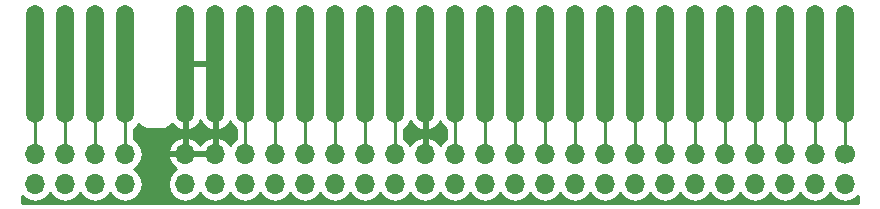
<source format=gbr>
%TF.GenerationSoftware,KiCad,Pcbnew,4.0.7*%
%TF.CreationDate,2019-01-02T11:57:47+00:00*%
%TF.ProjectId,Spectrum Edge Connector Extender_HORIZ,537065637472756D204564676520436F,rev?*%
%TF.FileFunction,Copper,L2,Bot,Signal*%
%FSLAX46Y46*%
G04 Gerber Fmt 4.6, Leading zero omitted, Abs format (unit mm)*
G04 Created by KiCad (PCBNEW 4.0.7) date 01/02/19 11:57:47*
%MOMM*%
%LPD*%
G01*
G04 APERTURE LIST*
%ADD10C,0.100000*%
%ADD11O,1.500000X10.000000*%
%ADD12C,1.700000*%
%ADD13O,1.700000X1.700000*%
%ADD14C,0.250000*%
%ADD15C,0.254000*%
G04 APERTURE END LIST*
D10*
D11*
X182880000Y-92710000D03*
X180340000Y-92710000D03*
X177800000Y-92710000D03*
X175260000Y-92710000D03*
X170180000Y-92710000D03*
X167640000Y-92710000D03*
X165100000Y-92710000D03*
X162560000Y-92710000D03*
X160020000Y-92710000D03*
X157480000Y-92710000D03*
X154940000Y-92710000D03*
X152400000Y-92710000D03*
X149860000Y-92710000D03*
X147320000Y-92710000D03*
X144780000Y-92710000D03*
X142240000Y-92710000D03*
X139700000Y-92710000D03*
X137160000Y-92710000D03*
X134620000Y-92710000D03*
X132080000Y-92710000D03*
X129540000Y-92710000D03*
X127000000Y-92710000D03*
X172720000Y-92710000D03*
X121920000Y-92710000D03*
X119380000Y-92710000D03*
X116840000Y-92710000D03*
X114300000Y-92710000D03*
D12*
X182880000Y-100330000D03*
D13*
X182880000Y-102870000D03*
X180340000Y-100330000D03*
X180340000Y-102870000D03*
X177800000Y-100330000D03*
X177800000Y-102870000D03*
X175260000Y-100330000D03*
X175260000Y-102870000D03*
X172720000Y-100330000D03*
X172720000Y-102870000D03*
X170180000Y-100330000D03*
X170180000Y-102870000D03*
X167640000Y-100330000D03*
X167640000Y-102870000D03*
X165100000Y-100330000D03*
X165100000Y-102870000D03*
X162560000Y-100330000D03*
X162560000Y-102870000D03*
X160020000Y-100330000D03*
X160020000Y-102870000D03*
X157480000Y-100330000D03*
X157480000Y-102870000D03*
X154940000Y-100330000D03*
X154940000Y-102870000D03*
X152400000Y-100330000D03*
X152400000Y-102870000D03*
X149860000Y-100330000D03*
X149860000Y-102870000D03*
X147320000Y-100330000D03*
X147320000Y-102870000D03*
X144780000Y-100330000D03*
X144780000Y-102870000D03*
X142240000Y-100330000D03*
X142240000Y-102870000D03*
X139700000Y-100330000D03*
X139700000Y-102870000D03*
X137160000Y-100330000D03*
X137160000Y-102870000D03*
X134620000Y-100330000D03*
X134620000Y-102870000D03*
X132080000Y-100330000D03*
X132080000Y-102870000D03*
X129540000Y-100330000D03*
X129540000Y-102870000D03*
X127000000Y-100330000D03*
X127000000Y-102870000D03*
X121920000Y-100330000D03*
X121920000Y-102870000D03*
X119380000Y-100330000D03*
X119380000Y-102870000D03*
X116840000Y-100330000D03*
X116840000Y-102870000D03*
X114300000Y-100330000D03*
X114300000Y-102870000D03*
D14*
X182880000Y-100330000D02*
X182880000Y-92710000D01*
X180340000Y-100330000D02*
X180340000Y-92710000D01*
X177800000Y-100330000D02*
X177800000Y-92710000D01*
X175260000Y-100330000D02*
X175260000Y-92710000D01*
X172720000Y-100330000D02*
X172720000Y-92710000D01*
X170180000Y-100330000D02*
X170180000Y-92710000D01*
X167640000Y-100330000D02*
X167640000Y-92710000D01*
X165100000Y-100330000D02*
X165100000Y-92710000D01*
X162560000Y-100330000D02*
X162560000Y-92710000D01*
X160020000Y-100330000D02*
X160020000Y-92710000D01*
X157480000Y-100330000D02*
X157480000Y-92710000D01*
X154940000Y-100330000D02*
X154940000Y-92710000D01*
X152400000Y-100330000D02*
X152400000Y-92710000D01*
X149860000Y-100330000D02*
X149860000Y-92710000D01*
X144780000Y-100330000D02*
X144780000Y-92710000D01*
X142240000Y-100330000D02*
X142240000Y-92710000D01*
X139700000Y-100330000D02*
X139700000Y-92710000D01*
X137160000Y-100330000D02*
X137160000Y-92710000D01*
X134620000Y-100330000D02*
X134620000Y-92710000D01*
X132080000Y-100330000D02*
X132080000Y-92710000D01*
X121920000Y-92710000D02*
X121920000Y-100330000D01*
X119380000Y-92710000D02*
X119380000Y-100330000D01*
X116840000Y-92710000D02*
X116840000Y-100330000D01*
X114300000Y-92710000D02*
X114300000Y-100330000D01*
X147320000Y-100330000D02*
X147320000Y-92710000D01*
X127000000Y-96520000D02*
X127000000Y-92710000D01*
X129540000Y-96520000D02*
X129540000Y-92710000D01*
X147320000Y-96520000D02*
X147320000Y-92710000D01*
D15*
G36*
X127127000Y-92583000D02*
X129413000Y-92583000D01*
X129413000Y-92563000D01*
X129667000Y-92563000D01*
X129667000Y-92583000D01*
X129687000Y-92583000D01*
X129687000Y-92837000D01*
X129667000Y-92837000D01*
X129667000Y-98179656D01*
X129881185Y-98302318D01*
X129952684Y-98288173D01*
X130429540Y-98029145D01*
X130770972Y-97607349D01*
X130789414Y-97545047D01*
X130800427Y-97600413D01*
X131100657Y-98049739D01*
X131320000Y-98196299D01*
X131320000Y-99057046D01*
X131029946Y-99250853D01*
X130802298Y-99591553D01*
X130735183Y-99448642D01*
X130306924Y-99058355D01*
X129896890Y-98888524D01*
X129667000Y-99009845D01*
X129667000Y-100203000D01*
X129687000Y-100203000D01*
X129687000Y-100457000D01*
X129667000Y-100457000D01*
X129667000Y-100477000D01*
X129413000Y-100477000D01*
X129413000Y-100457000D01*
X127127000Y-100457000D01*
X127127000Y-100477000D01*
X126873000Y-100477000D01*
X126873000Y-100457000D01*
X125679181Y-100457000D01*
X125558514Y-100686892D01*
X125804817Y-101211358D01*
X126233076Y-101601645D01*
X126233101Y-101601655D01*
X125949946Y-101790853D01*
X125628039Y-102272622D01*
X125515000Y-102840907D01*
X125515000Y-102899093D01*
X125628039Y-103467378D01*
X125949946Y-103949147D01*
X126431715Y-104271054D01*
X127000000Y-104384093D01*
X127568285Y-104271054D01*
X128050054Y-103949147D01*
X128270000Y-103619974D01*
X128489946Y-103949147D01*
X128971715Y-104271054D01*
X129540000Y-104384093D01*
X130108285Y-104271054D01*
X130590054Y-103949147D01*
X130810000Y-103619974D01*
X131029946Y-103949147D01*
X131511715Y-104271054D01*
X132080000Y-104384093D01*
X132648285Y-104271054D01*
X133130054Y-103949147D01*
X133350000Y-103619974D01*
X133569946Y-103949147D01*
X134051715Y-104271054D01*
X134620000Y-104384093D01*
X135188285Y-104271054D01*
X135670054Y-103949147D01*
X135890000Y-103619974D01*
X136109946Y-103949147D01*
X136591715Y-104271054D01*
X137160000Y-104384093D01*
X137728285Y-104271054D01*
X138210054Y-103949147D01*
X138430000Y-103619974D01*
X138649946Y-103949147D01*
X139131715Y-104271054D01*
X139700000Y-104384093D01*
X140268285Y-104271054D01*
X140750054Y-103949147D01*
X140970000Y-103619974D01*
X141189946Y-103949147D01*
X141671715Y-104271054D01*
X142240000Y-104384093D01*
X142808285Y-104271054D01*
X143290054Y-103949147D01*
X143510000Y-103619974D01*
X143729946Y-103949147D01*
X144211715Y-104271054D01*
X144780000Y-104384093D01*
X145348285Y-104271054D01*
X145830054Y-103949147D01*
X146050000Y-103619974D01*
X146269946Y-103949147D01*
X146751715Y-104271054D01*
X147320000Y-104384093D01*
X147888285Y-104271054D01*
X148370054Y-103949147D01*
X148590000Y-103619974D01*
X148809946Y-103949147D01*
X149291715Y-104271054D01*
X149860000Y-104384093D01*
X150428285Y-104271054D01*
X150910054Y-103949147D01*
X151130000Y-103619974D01*
X151349946Y-103949147D01*
X151831715Y-104271054D01*
X152400000Y-104384093D01*
X152968285Y-104271054D01*
X153450054Y-103949147D01*
X153670000Y-103619974D01*
X153889946Y-103949147D01*
X154371715Y-104271054D01*
X154940000Y-104384093D01*
X155508285Y-104271054D01*
X155990054Y-103949147D01*
X156210000Y-103619974D01*
X156429946Y-103949147D01*
X156911715Y-104271054D01*
X157480000Y-104384093D01*
X158048285Y-104271054D01*
X158530054Y-103949147D01*
X158750000Y-103619974D01*
X158969946Y-103949147D01*
X159451715Y-104271054D01*
X160020000Y-104384093D01*
X160588285Y-104271054D01*
X161070054Y-103949147D01*
X161290000Y-103619974D01*
X161509946Y-103949147D01*
X161991715Y-104271054D01*
X162560000Y-104384093D01*
X163128285Y-104271054D01*
X163610054Y-103949147D01*
X163830000Y-103619974D01*
X164049946Y-103949147D01*
X164531715Y-104271054D01*
X165100000Y-104384093D01*
X165668285Y-104271054D01*
X166150054Y-103949147D01*
X166370000Y-103619974D01*
X166589946Y-103949147D01*
X167071715Y-104271054D01*
X167640000Y-104384093D01*
X168208285Y-104271054D01*
X168690054Y-103949147D01*
X168910000Y-103619974D01*
X169129946Y-103949147D01*
X169611715Y-104271054D01*
X170180000Y-104384093D01*
X170748285Y-104271054D01*
X171230054Y-103949147D01*
X171450000Y-103619974D01*
X171669946Y-103949147D01*
X172151715Y-104271054D01*
X172720000Y-104384093D01*
X173288285Y-104271054D01*
X173770054Y-103949147D01*
X173990000Y-103619974D01*
X174209946Y-103949147D01*
X174691715Y-104271054D01*
X175260000Y-104384093D01*
X175828285Y-104271054D01*
X176310054Y-103949147D01*
X176530000Y-103619974D01*
X176749946Y-103949147D01*
X177231715Y-104271054D01*
X177800000Y-104384093D01*
X178368285Y-104271054D01*
X178850054Y-103949147D01*
X179070000Y-103619974D01*
X179289946Y-103949147D01*
X179771715Y-104271054D01*
X180340000Y-104384093D01*
X180908285Y-104271054D01*
X181390054Y-103949147D01*
X181610000Y-103619974D01*
X181829946Y-103949147D01*
X182311715Y-104271054D01*
X182880000Y-104384093D01*
X183448285Y-104271054D01*
X183930054Y-103949147D01*
X183948000Y-103922289D01*
X183948000Y-104446000D01*
X113232000Y-104446000D01*
X113232000Y-103922289D01*
X113249946Y-103949147D01*
X113731715Y-104271054D01*
X114300000Y-104384093D01*
X114868285Y-104271054D01*
X115350054Y-103949147D01*
X115570000Y-103619974D01*
X115789946Y-103949147D01*
X116271715Y-104271054D01*
X116840000Y-104384093D01*
X117408285Y-104271054D01*
X117890054Y-103949147D01*
X118110000Y-103619974D01*
X118329946Y-103949147D01*
X118811715Y-104271054D01*
X119380000Y-104384093D01*
X119948285Y-104271054D01*
X120430054Y-103949147D01*
X120650000Y-103619974D01*
X120869946Y-103949147D01*
X121351715Y-104271054D01*
X121920000Y-104384093D01*
X122488285Y-104271054D01*
X122970054Y-103949147D01*
X123291961Y-103467378D01*
X123405000Y-102899093D01*
X123405000Y-102840907D01*
X123291961Y-102272622D01*
X122970054Y-101790853D01*
X122684422Y-101600000D01*
X122970054Y-101409147D01*
X123291961Y-100927378D01*
X123405000Y-100359093D01*
X123405000Y-100300907D01*
X123339797Y-99973108D01*
X125558514Y-99973108D01*
X125679181Y-100203000D01*
X126873000Y-100203000D01*
X126873000Y-99009845D01*
X127127000Y-99009845D01*
X127127000Y-100203000D01*
X129413000Y-100203000D01*
X129413000Y-99009845D01*
X129183110Y-98888524D01*
X128773076Y-99058355D01*
X128344817Y-99448642D01*
X128270000Y-99607954D01*
X128195183Y-99448642D01*
X127766924Y-99058355D01*
X127356890Y-98888524D01*
X127127000Y-99009845D01*
X126873000Y-99009845D01*
X126643110Y-98888524D01*
X126233076Y-99058355D01*
X125804817Y-99448642D01*
X125558514Y-99973108D01*
X123339797Y-99973108D01*
X123291961Y-99732622D01*
X122970054Y-99250853D01*
X122680000Y-99057046D01*
X122680000Y-98196299D01*
X122899343Y-98049739D01*
X123048016Y-97827234D01*
X123100391Y-97879609D01*
X123198334Y-97977553D01*
X123363141Y-98087674D01*
X123513069Y-98149776D01*
X123619083Y-98193689D01*
X123813487Y-98232358D01*
X123883416Y-98232358D01*
X123952000Y-98246000D01*
X124968000Y-98246000D01*
X125036584Y-98232358D01*
X125106514Y-98232358D01*
X125300917Y-98193689D01*
X125450844Y-98131587D01*
X125556859Y-98087674D01*
X125721666Y-97977553D01*
X125819609Y-97879609D01*
X125913452Y-97785767D01*
X126110460Y-98029145D01*
X126587316Y-98288173D01*
X126658815Y-98302318D01*
X126873000Y-98179656D01*
X126873000Y-92837000D01*
X127127000Y-92837000D01*
X127127000Y-98179656D01*
X127341185Y-98302318D01*
X127412684Y-98288173D01*
X127889540Y-98029145D01*
X128230972Y-97607349D01*
X128270000Y-97475502D01*
X128309028Y-97607349D01*
X128650460Y-98029145D01*
X129127316Y-98288173D01*
X129198815Y-98302318D01*
X129413000Y-98179656D01*
X129413000Y-92837000D01*
X127127000Y-92837000D01*
X126873000Y-92837000D01*
X126853000Y-92837000D01*
X126853000Y-92583000D01*
X126873000Y-92583000D01*
X126873000Y-92563000D01*
X127127000Y-92563000D01*
X127127000Y-92583000D01*
X127127000Y-92583000D01*
G37*
X127127000Y-92583000D02*
X129413000Y-92583000D01*
X129413000Y-92563000D01*
X129667000Y-92563000D01*
X129667000Y-92583000D01*
X129687000Y-92583000D01*
X129687000Y-92837000D01*
X129667000Y-92837000D01*
X129667000Y-98179656D01*
X129881185Y-98302318D01*
X129952684Y-98288173D01*
X130429540Y-98029145D01*
X130770972Y-97607349D01*
X130789414Y-97545047D01*
X130800427Y-97600413D01*
X131100657Y-98049739D01*
X131320000Y-98196299D01*
X131320000Y-99057046D01*
X131029946Y-99250853D01*
X130802298Y-99591553D01*
X130735183Y-99448642D01*
X130306924Y-99058355D01*
X129896890Y-98888524D01*
X129667000Y-99009845D01*
X129667000Y-100203000D01*
X129687000Y-100203000D01*
X129687000Y-100457000D01*
X129667000Y-100457000D01*
X129667000Y-100477000D01*
X129413000Y-100477000D01*
X129413000Y-100457000D01*
X127127000Y-100457000D01*
X127127000Y-100477000D01*
X126873000Y-100477000D01*
X126873000Y-100457000D01*
X125679181Y-100457000D01*
X125558514Y-100686892D01*
X125804817Y-101211358D01*
X126233076Y-101601645D01*
X126233101Y-101601655D01*
X125949946Y-101790853D01*
X125628039Y-102272622D01*
X125515000Y-102840907D01*
X125515000Y-102899093D01*
X125628039Y-103467378D01*
X125949946Y-103949147D01*
X126431715Y-104271054D01*
X127000000Y-104384093D01*
X127568285Y-104271054D01*
X128050054Y-103949147D01*
X128270000Y-103619974D01*
X128489946Y-103949147D01*
X128971715Y-104271054D01*
X129540000Y-104384093D01*
X130108285Y-104271054D01*
X130590054Y-103949147D01*
X130810000Y-103619974D01*
X131029946Y-103949147D01*
X131511715Y-104271054D01*
X132080000Y-104384093D01*
X132648285Y-104271054D01*
X133130054Y-103949147D01*
X133350000Y-103619974D01*
X133569946Y-103949147D01*
X134051715Y-104271054D01*
X134620000Y-104384093D01*
X135188285Y-104271054D01*
X135670054Y-103949147D01*
X135890000Y-103619974D01*
X136109946Y-103949147D01*
X136591715Y-104271054D01*
X137160000Y-104384093D01*
X137728285Y-104271054D01*
X138210054Y-103949147D01*
X138430000Y-103619974D01*
X138649946Y-103949147D01*
X139131715Y-104271054D01*
X139700000Y-104384093D01*
X140268285Y-104271054D01*
X140750054Y-103949147D01*
X140970000Y-103619974D01*
X141189946Y-103949147D01*
X141671715Y-104271054D01*
X142240000Y-104384093D01*
X142808285Y-104271054D01*
X143290054Y-103949147D01*
X143510000Y-103619974D01*
X143729946Y-103949147D01*
X144211715Y-104271054D01*
X144780000Y-104384093D01*
X145348285Y-104271054D01*
X145830054Y-103949147D01*
X146050000Y-103619974D01*
X146269946Y-103949147D01*
X146751715Y-104271054D01*
X147320000Y-104384093D01*
X147888285Y-104271054D01*
X148370054Y-103949147D01*
X148590000Y-103619974D01*
X148809946Y-103949147D01*
X149291715Y-104271054D01*
X149860000Y-104384093D01*
X150428285Y-104271054D01*
X150910054Y-103949147D01*
X151130000Y-103619974D01*
X151349946Y-103949147D01*
X151831715Y-104271054D01*
X152400000Y-104384093D01*
X152968285Y-104271054D01*
X153450054Y-103949147D01*
X153670000Y-103619974D01*
X153889946Y-103949147D01*
X154371715Y-104271054D01*
X154940000Y-104384093D01*
X155508285Y-104271054D01*
X155990054Y-103949147D01*
X156210000Y-103619974D01*
X156429946Y-103949147D01*
X156911715Y-104271054D01*
X157480000Y-104384093D01*
X158048285Y-104271054D01*
X158530054Y-103949147D01*
X158750000Y-103619974D01*
X158969946Y-103949147D01*
X159451715Y-104271054D01*
X160020000Y-104384093D01*
X160588285Y-104271054D01*
X161070054Y-103949147D01*
X161290000Y-103619974D01*
X161509946Y-103949147D01*
X161991715Y-104271054D01*
X162560000Y-104384093D01*
X163128285Y-104271054D01*
X163610054Y-103949147D01*
X163830000Y-103619974D01*
X164049946Y-103949147D01*
X164531715Y-104271054D01*
X165100000Y-104384093D01*
X165668285Y-104271054D01*
X166150054Y-103949147D01*
X166370000Y-103619974D01*
X166589946Y-103949147D01*
X167071715Y-104271054D01*
X167640000Y-104384093D01*
X168208285Y-104271054D01*
X168690054Y-103949147D01*
X168910000Y-103619974D01*
X169129946Y-103949147D01*
X169611715Y-104271054D01*
X170180000Y-104384093D01*
X170748285Y-104271054D01*
X171230054Y-103949147D01*
X171450000Y-103619974D01*
X171669946Y-103949147D01*
X172151715Y-104271054D01*
X172720000Y-104384093D01*
X173288285Y-104271054D01*
X173770054Y-103949147D01*
X173990000Y-103619974D01*
X174209946Y-103949147D01*
X174691715Y-104271054D01*
X175260000Y-104384093D01*
X175828285Y-104271054D01*
X176310054Y-103949147D01*
X176530000Y-103619974D01*
X176749946Y-103949147D01*
X177231715Y-104271054D01*
X177800000Y-104384093D01*
X178368285Y-104271054D01*
X178850054Y-103949147D01*
X179070000Y-103619974D01*
X179289946Y-103949147D01*
X179771715Y-104271054D01*
X180340000Y-104384093D01*
X180908285Y-104271054D01*
X181390054Y-103949147D01*
X181610000Y-103619974D01*
X181829946Y-103949147D01*
X182311715Y-104271054D01*
X182880000Y-104384093D01*
X183448285Y-104271054D01*
X183930054Y-103949147D01*
X183948000Y-103922289D01*
X183948000Y-104446000D01*
X113232000Y-104446000D01*
X113232000Y-103922289D01*
X113249946Y-103949147D01*
X113731715Y-104271054D01*
X114300000Y-104384093D01*
X114868285Y-104271054D01*
X115350054Y-103949147D01*
X115570000Y-103619974D01*
X115789946Y-103949147D01*
X116271715Y-104271054D01*
X116840000Y-104384093D01*
X117408285Y-104271054D01*
X117890054Y-103949147D01*
X118110000Y-103619974D01*
X118329946Y-103949147D01*
X118811715Y-104271054D01*
X119380000Y-104384093D01*
X119948285Y-104271054D01*
X120430054Y-103949147D01*
X120650000Y-103619974D01*
X120869946Y-103949147D01*
X121351715Y-104271054D01*
X121920000Y-104384093D01*
X122488285Y-104271054D01*
X122970054Y-103949147D01*
X123291961Y-103467378D01*
X123405000Y-102899093D01*
X123405000Y-102840907D01*
X123291961Y-102272622D01*
X122970054Y-101790853D01*
X122684422Y-101600000D01*
X122970054Y-101409147D01*
X123291961Y-100927378D01*
X123405000Y-100359093D01*
X123405000Y-100300907D01*
X123339797Y-99973108D01*
X125558514Y-99973108D01*
X125679181Y-100203000D01*
X126873000Y-100203000D01*
X126873000Y-99009845D01*
X127127000Y-99009845D01*
X127127000Y-100203000D01*
X129413000Y-100203000D01*
X129413000Y-99009845D01*
X129183110Y-98888524D01*
X128773076Y-99058355D01*
X128344817Y-99448642D01*
X128270000Y-99607954D01*
X128195183Y-99448642D01*
X127766924Y-99058355D01*
X127356890Y-98888524D01*
X127127000Y-99009845D01*
X126873000Y-99009845D01*
X126643110Y-98888524D01*
X126233076Y-99058355D01*
X125804817Y-99448642D01*
X125558514Y-99973108D01*
X123339797Y-99973108D01*
X123291961Y-99732622D01*
X122970054Y-99250853D01*
X122680000Y-99057046D01*
X122680000Y-98196299D01*
X122899343Y-98049739D01*
X123048016Y-97827234D01*
X123100391Y-97879609D01*
X123198334Y-97977553D01*
X123363141Y-98087674D01*
X123513069Y-98149776D01*
X123619083Y-98193689D01*
X123813487Y-98232358D01*
X123883416Y-98232358D01*
X123952000Y-98246000D01*
X124968000Y-98246000D01*
X125036584Y-98232358D01*
X125106514Y-98232358D01*
X125300917Y-98193689D01*
X125450844Y-98131587D01*
X125556859Y-98087674D01*
X125721666Y-97977553D01*
X125819609Y-97879609D01*
X125913452Y-97785767D01*
X126110460Y-98029145D01*
X126587316Y-98288173D01*
X126658815Y-98302318D01*
X126873000Y-98179656D01*
X126873000Y-92837000D01*
X127127000Y-92837000D01*
X127127000Y-98179656D01*
X127341185Y-98302318D01*
X127412684Y-98288173D01*
X127889540Y-98029145D01*
X128230972Y-97607349D01*
X128270000Y-97475502D01*
X128309028Y-97607349D01*
X128650460Y-98029145D01*
X129127316Y-98288173D01*
X129198815Y-98302318D01*
X129413000Y-98179656D01*
X129413000Y-92837000D01*
X127127000Y-92837000D01*
X126873000Y-92837000D01*
X126853000Y-92837000D01*
X126853000Y-92583000D01*
X126873000Y-92583000D01*
X126873000Y-92563000D01*
X127127000Y-92563000D01*
X127127000Y-92583000D01*
G36*
X147447000Y-92583000D02*
X147467000Y-92583000D01*
X147467000Y-92837000D01*
X147447000Y-92837000D01*
X147447000Y-98179656D01*
X147661185Y-98302318D01*
X147732684Y-98288173D01*
X148209540Y-98029145D01*
X148550972Y-97607349D01*
X148569414Y-97545047D01*
X148580427Y-97600413D01*
X148880657Y-98049739D01*
X149100000Y-98196299D01*
X149100000Y-99057046D01*
X148809946Y-99250853D01*
X148582298Y-99591553D01*
X148515183Y-99448642D01*
X148086924Y-99058355D01*
X147676890Y-98888524D01*
X147447000Y-99009845D01*
X147447000Y-100203000D01*
X147467000Y-100203000D01*
X147467000Y-100457000D01*
X147447000Y-100457000D01*
X147447000Y-100477000D01*
X147193000Y-100477000D01*
X147193000Y-100457000D01*
X147173000Y-100457000D01*
X147173000Y-100203000D01*
X147193000Y-100203000D01*
X147193000Y-99009845D01*
X146963110Y-98888524D01*
X146553076Y-99058355D01*
X146124817Y-99448642D01*
X146057702Y-99591553D01*
X145830054Y-99250853D01*
X145540000Y-99057046D01*
X145540000Y-98196299D01*
X145759343Y-98049739D01*
X146059573Y-97600413D01*
X146070586Y-97545047D01*
X146089028Y-97607349D01*
X146430460Y-98029145D01*
X146907316Y-98288173D01*
X146978815Y-98302318D01*
X147193000Y-98179656D01*
X147193000Y-92837000D01*
X147173000Y-92837000D01*
X147173000Y-92583000D01*
X147193000Y-92583000D01*
X147193000Y-92563000D01*
X147447000Y-92563000D01*
X147447000Y-92583000D01*
X147447000Y-92583000D01*
G37*
X147447000Y-92583000D02*
X147467000Y-92583000D01*
X147467000Y-92837000D01*
X147447000Y-92837000D01*
X147447000Y-98179656D01*
X147661185Y-98302318D01*
X147732684Y-98288173D01*
X148209540Y-98029145D01*
X148550972Y-97607349D01*
X148569414Y-97545047D01*
X148580427Y-97600413D01*
X148880657Y-98049739D01*
X149100000Y-98196299D01*
X149100000Y-99057046D01*
X148809946Y-99250853D01*
X148582298Y-99591553D01*
X148515183Y-99448642D01*
X148086924Y-99058355D01*
X147676890Y-98888524D01*
X147447000Y-99009845D01*
X147447000Y-100203000D01*
X147467000Y-100203000D01*
X147467000Y-100457000D01*
X147447000Y-100457000D01*
X147447000Y-100477000D01*
X147193000Y-100477000D01*
X147193000Y-100457000D01*
X147173000Y-100457000D01*
X147173000Y-100203000D01*
X147193000Y-100203000D01*
X147193000Y-99009845D01*
X146963110Y-98888524D01*
X146553076Y-99058355D01*
X146124817Y-99448642D01*
X146057702Y-99591553D01*
X145830054Y-99250853D01*
X145540000Y-99057046D01*
X145540000Y-98196299D01*
X145759343Y-98049739D01*
X146059573Y-97600413D01*
X146070586Y-97545047D01*
X146089028Y-97607349D01*
X146430460Y-98029145D01*
X146907316Y-98288173D01*
X146978815Y-98302318D01*
X147193000Y-98179656D01*
X147193000Y-92837000D01*
X147173000Y-92837000D01*
X147173000Y-92583000D01*
X147193000Y-92583000D01*
X147193000Y-92563000D01*
X147447000Y-92563000D01*
X147447000Y-92583000D01*
M02*

</source>
